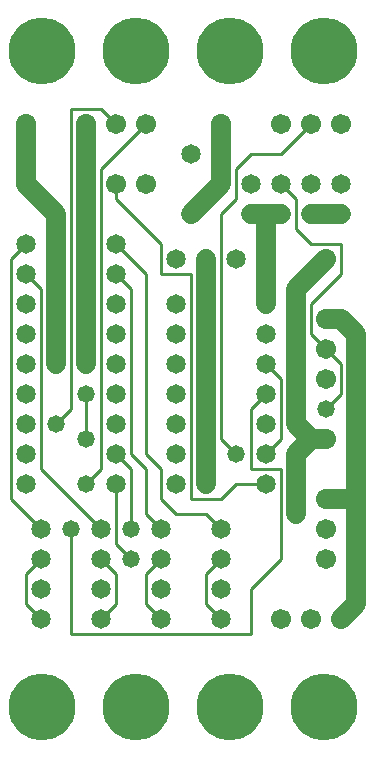
<source format=gtl>
%MOIN*%
%FSLAX25Y25*%
G04 D10 used for Character Trace; *
G04     Circle (OD=.01000) (No hole)*
G04 D11 used for Power Trace; *
G04     Circle (OD=.06700) (No hole)*
G04 D12 used for Signal Trace; *
G04     Circle (OD=.01100) (No hole)*
G04 D13 used for Via; *
G04     Circle (OD=.05800) (Round. Hole ID=.02800)*
G04 D14 used for Component hole; *
G04     Circle (OD=.06500) (Round. Hole ID=.03500)*
G04 D15 used for Component hole; *
G04     Circle (OD=.06700) (Round. Hole ID=.04300)*
G04 D16 used for Component hole; *
G04     Circle (OD=.08100) (Round. Hole ID=.05100)*
G04 D17 used for Component hole; *
G04     Circle (OD=.08900) (Round. Hole ID=.05900)*
G04 D18 used for Component hole; *
G04     Circle (OD=.11300) (Round. Hole ID=.08300)*
G04 D19 used for Component hole; *
G04     Circle (OD=.16000) (Round. Hole ID=.13000)*
G04 D20 used for Component hole; *
G04     Circle (OD=.18300) (Round. Hole ID=.15300)*
G04 D21 used for Component hole; *
G04     Circle (OD=.22291) (Round. Hole ID=.19291)*
%ADD10C,.01000*%
%ADD11C,.06700*%
%ADD12C,.01100*%
%ADD13C,.05800*%
%ADD14C,.06500*%
%ADD15C,.06700*%
%ADD16C,.08100*%
%ADD17C,.08900*%
%ADD18C,.11300*%
%ADD19C,.16000*%
%ADD20C,.18300*%
%ADD21C,.22291*%
%IPPOS*%
%LPD*%
G90*X0Y0D02*D21*X15625Y15625D03*D12*              
X25000Y40000D02*X85000D01*Y55000D01*              
X95000Y65000D01*Y95000D01*X85000D01*Y115000D01*   
X90000Y120000D01*D14*D03*D12*X95000Y105000D02*    
Y125000D01*X90000Y100000D02*X95000Y105000D01*D14* 
X90000Y100000D03*D11*X105000Y105000D02*           
X100000Y110000D01*Y100000D02*X105000Y105000D01*   
X100000Y80000D02*Y100000D01*D13*Y80000D03*D14*    
X90000Y90000D03*D12*X80000D01*X75000Y85000D01*    
X65000D01*Y160000D01*X55000D01*Y170000D01*        
X40000Y185000D01*Y190000D01*D15*D03*D12*          
X35000Y95000D02*Y195000D01*X30000Y90000D02*       
X35000Y95000D01*D13*X30000Y90000D03*D14*          
X40000Y100000D03*D12*X45000Y95000D01*Y75000D01*   
D13*D03*D12*X55000D02*X50000Y80000D01*D14*        
X55000Y75000D03*D12*X60000Y80000D02*X70000D01*    
X75000Y75000D01*D14*D03*Y65000D03*D12*            
X70000Y60000D01*Y50000D01*X75000Y45000D01*D14*D03*
Y55000D03*X55000Y65000D03*D12*X50000Y60000D01*    
Y50000D01*X55000Y45000D01*D14*D03*Y55000D03*D12*  
X40000Y50000D02*Y60000D01*X35000Y45000D02*        
X40000Y50000D01*D14*X35000Y45000D03*Y55000D03*D12*
X25000Y40000D02*Y75000D01*D13*D03*D14*            
X35000Y65000D03*D12*X40000Y60000D01*D13*          
X45000Y65000D03*D12*X40000Y70000D01*Y90000D01*D14*
D03*D12*X50000Y80000D02*Y95000D01*                
X45000Y100000D01*Y155000D01*X40000Y160000D01*D14* 
D03*D12*X50000Y100000D02*Y160000D01*              
X55000Y95000D02*X50000Y100000D01*X55000Y85000D02* 
Y95000D01*X60000Y80000D02*X55000Y85000D01*D13*    
X70000Y90000D03*D11*Y165000D01*D14*D03*X80000D03* 
X60000D03*X85000Y180000D03*D11*X90000D01*         
Y150000D01*D14*D03*Y140000D03*D11*                
X100000Y110000D02*Y155000D01*X105000Y105000D02*   
X110000D01*D15*D03*D13*Y115000D03*D12*            
X115000Y120000D01*Y130000D01*X110000Y135000D01*   
D15*D03*D12*X105000Y140000D01*Y150000D01*         
X115000Y160000D01*Y170000D01*X105000D01*          
X100000Y175000D01*Y185000D01*X95000Y190000D01*D14*
D03*X105000Y180000D03*D11*X115000D01*D14*D03*     
X105000Y190000D03*X115000D03*D15*                 
X110000Y165000D03*D11*X100000Y155000D01*D15*      
X110000Y145000D03*D11*X115000D01*                 
X120000Y140000D01*Y85000D01*Y50000D01*            
X115000Y45000D01*D15*D03*X105000D03*X95000D03*    
X110000Y65000D03*D21*X109375Y15625D03*D15*        
X110000Y75000D03*D21*X78125Y15625D03*D11*         
X110000Y85000D02*X120000D01*D15*X110000D03*D14*   
X90000Y110000D03*D13*X80000Y100000D03*D12*        
X75000Y105000D01*Y180000D01*X80000Y185000D01*     
Y195000D01*X85000Y200000D01*X95000D01*            
X105000Y210000D01*D15*D03*X115000D03*X95000D03*   
D14*X85000Y190000D03*D21*X78125Y234375D03*        
X109375D03*D11*X90000Y180000D02*X95000D01*D14*D03*
D11*X65000D02*X75000Y190000D01*D14*               
X65000Y180000D03*D11*X75000Y190000D02*Y210000D01* 
D15*D03*D14*X65000Y200000D03*D15*X50000Y210000D03*
D12*X35000Y195000D01*D15*X30000Y190000D03*D11*    
Y130000D01*D13*D03*D14*X40000Y120000D03*          
Y140000D03*Y130000D03*D13*X20000D03*D11*          
Y180000D01*X10000Y190000D01*D15*D03*D11*          
Y210000D01*D15*D03*D12*X25000Y115000D02*          
Y215000D01*X20000Y110000D02*X25000Y115000D01*D13* 
X20000Y110000D03*X30000Y120000D03*D12*Y105000D01* 
D13*D03*D14*X40000Y110000D03*D12*X35000Y75000D02* 
X15000Y95000D01*D14*X35000Y75000D03*D12*          
X15000Y95000D02*Y155000D01*X10000Y160000D01*D14*  
D03*D12*X5000Y85000D02*Y165000D01*X15000Y75000D02*
X5000Y85000D01*D14*X15000Y75000D03*Y65000D03*D12* 
X10000Y60000D01*Y50000D01*X15000Y45000D01*D14*D03*
Y55000D03*D21*X46875Y15625D03*D14*X60000Y90000D03*
X10000D03*X60000Y100000D03*X10000D03*             
X60000Y110000D03*X10000D03*X60000Y120000D03*      
X10000D03*D12*X95000Y125000D02*X90000Y130000D01*  
D14*D03*D15*X110000Y125000D03*D14*                
X60000Y150000D03*Y140000D03*Y130000D03*D12*       
X50000Y160000D02*X40000Y170000D01*D14*D03*D15*    
X50000Y190000D03*D14*X40000Y150000D03*D11*        
X30000Y190000D02*Y210000D01*D15*D03*D12*X40000D02*
X35000Y215000D01*D15*X40000Y210000D03*D12*        
X25000Y215000D02*X35000D01*D21*X46875Y234375D03*  
X15625D03*D14*X10000Y170000D03*D12*               
X5000Y165000D01*D14*X10000Y150000D03*Y140000D03*  
Y130000D03*M02*                                   

</source>
